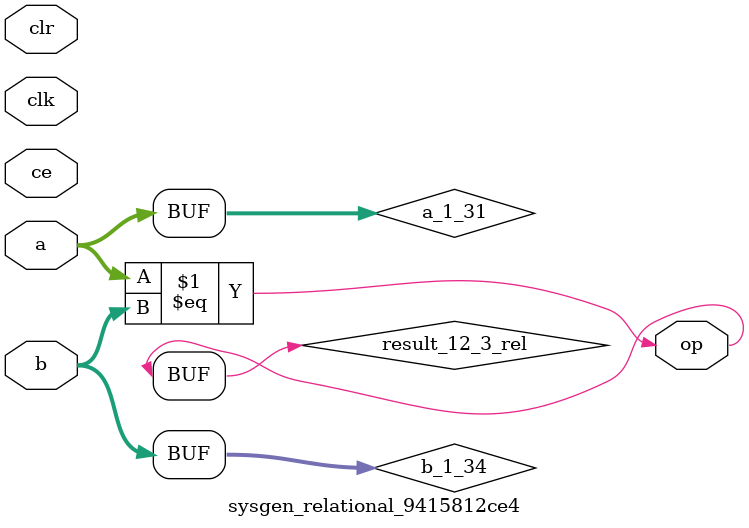
<source format=v>
module sysgen_relational_9415812ce4 (
  input [(9 - 1):0] a,
  input [(9 - 1):0] b,
  output [(1 - 1):0] op,
  input clk,
  input ce,
  input clr);
  wire [(9 - 1):0] a_1_31;
  wire [(9 - 1):0] b_1_34;
  localparam [(1 - 1):0] const_value = 1'b1;
  wire result_12_3_rel;
  assign a_1_31 = a;
  assign b_1_34 = b;
  assign result_12_3_rel = a_1_31 == b_1_34;
  assign op = result_12_3_rel;
endmodule
</source>
